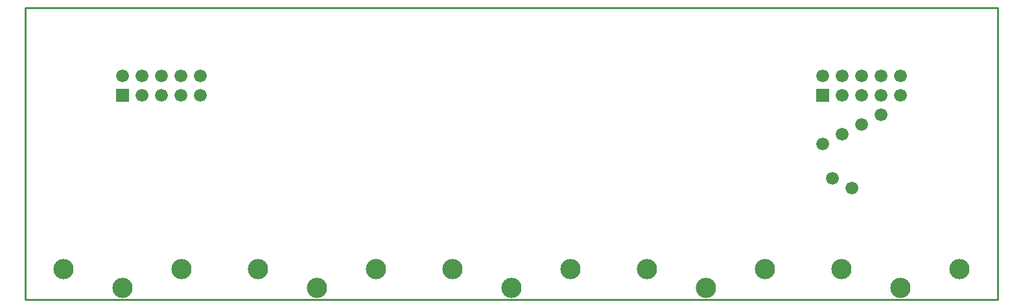
<source format=gts>
%FSLAX24Y24*%
%MOIN*%
G70*
G01*
G75*
G04 Layer_Color=8388736*
%ADD10C,0.0120*%
%ADD11C,0.0100*%
%ADD12C,0.1000*%
%ADD13C,0.0620*%
%ADD14R,0.0620X0.0620*%
%ADD15C,0.0200*%
%ADD16C,0.0060*%
%ADD17C,0.1040*%
%ADD18C,0.0660*%
%ADD19R,0.0660X0.0660*%
D11*
X0Y0D02*
Y15000D01*
X50000Y0D02*
Y15000D01*
X0D02*
X50000D01*
X0Y0D02*
X50000D01*
D17*
X8031Y1584D02*
D03*
X1969D02*
D03*
X5000Y600D02*
D03*
X18032Y1584D02*
D03*
X11968D02*
D03*
X15000Y600D02*
D03*
X38031Y1584D02*
D03*
X31969D02*
D03*
X35000Y600D02*
D03*
X28031Y1584D02*
D03*
X21969D02*
D03*
X25000Y600D02*
D03*
X48032Y1584D02*
D03*
X41968D02*
D03*
X45000Y600D02*
D03*
D18*
X8000Y11500D02*
D03*
X5000D02*
D03*
X6000Y10500D02*
D03*
Y11500D02*
D03*
X7000Y10500D02*
D03*
Y11500D02*
D03*
X8000Y10500D02*
D03*
X9000D02*
D03*
Y11500D02*
D03*
X44000D02*
D03*
X41000D02*
D03*
X42000Y10500D02*
D03*
Y11500D02*
D03*
X43000Y10500D02*
D03*
Y11500D02*
D03*
X44000Y10500D02*
D03*
X45000D02*
D03*
Y11500D02*
D03*
X44000Y9500D02*
D03*
X43000Y9000D02*
D03*
X41000Y8000D02*
D03*
X42500Y5750D02*
D03*
X42000Y8500D02*
D03*
X41500Y6250D02*
D03*
D19*
X5000Y10500D02*
D03*
X41000D02*
D03*
M02*

</source>
